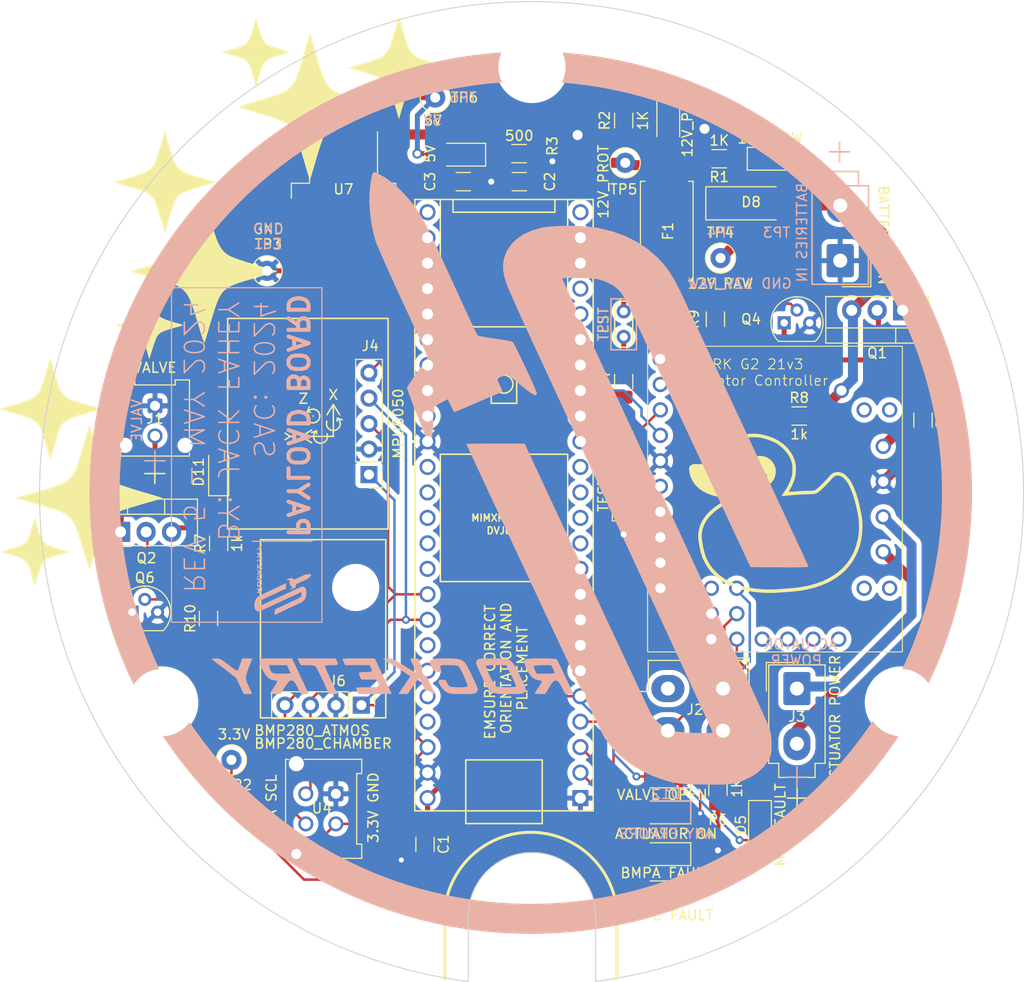
<source format=kicad_pcb>
(kicad_pcb (version 20221018) (generator pcbnew)
  (layers (0 "F.Cu" signal) (31 "B.Cu" signal) (34 "B.Paste" user) (35 "F.Paste" user) (36 "B.SilkS" user "B.Silkscreen") (37 "F.SilkS" user "F.Silkscreen") (38 "B.Mask" user) (39 "F.Mask" user) (44 "Edge.Cuts" user))
  (net 0 "")
  (net 1 "/3.3V")
  (net 2 "GND")
  (net 3 "5V")
  (net 4 "12V_PROT")
  (net 5 "12V_RAW")
  (net 6 "Net-(D1-K)")
  (net 7 "/0")
  (net 8 "/1")
  (net 9 "/2")
  (net 10 "/3")
  (net 11 "Net-(D6-A)")
  (net 12 "Net-(D7-K)")
  (net 13 "Net-(D8-K)")
  (net 14 "Net-(D9-K)")
  (net 15 "Net-(D10-K)")
  (net 16 "/SCK{slash}SCL")
  (net 17 "/SDI{slash}SDA")
  (net 18 "Net-(U5-FBA)")
  (net 19 "Net-(U5-AUX)")
  (net 20 "Net-(J3-Pin_1)")
  (net 21 "Net-(J3-Pin_2)")
  (net 22 "Net-(R4-Pad1)")
  (net 23 "/4")
  (net 24 "/5")
  (net 48 "/INT")
  (net 66 "/SCL2")
  (net 67 "/SDA2")
  (net 68 "/Test_Pin")
  (net 70 "Valve")
  (net 71 "Net-(Q1-G)")
  (net 72 "Motor")
  (net 73 "Net-(Q2-G)")
  (net 75 "Net-(J2-Pad1)")
  (net 77 "Net-(Q4-B)")
  (net 78 "Net-(Q6-B)")
  (footprint "Diode_SMD:D_1206_3216Metric_Pad1.42x1.75mm_HandSolder" (layer "F.Cu") (at 161.7075 132.842 180)
    (fp_text reference "D1")
    (fp_text value "BMPC FAULT")
  )
  (footprint "TestPoint:TestPoint_Loop_D1.80mm_Drill1.0mm_Beaded" (layer "F.Cu") (at 167.132 69.596)
    (fp_text reference "TP4")
    (fp_text value "12V_RAW")
  )
  (footprint "TestPoint:TestPoint_Loop_D1.80mm_Drill1.0mm_Beaded" (layer "F.Cu") (at 121.92 70.866 -90)
    (fp_text reference "TP3")
    (fp_text value "GND")
  )
  (footprint "TestPoint:TestPoint_Loop_D1.80mm_Drill1.0mm_Beaded" (layer "F.Cu") (at 118.364 119.634)
    (fp_text reference "TP2")
    (fp_text value "3V")
  )
  (footprint "MountingHole:MountingHole_6.4mm_M6" (layer "F.Cu") (at 111.461 113.916)
    (fp_text reference "REF**" hide)
    (fp_text value "MountingHole_6.4mm_M6")
  )
  (footprint "Capacitor_SMD:C_1206_3216Metric_Pad1.33x1.80mm_HandSolder" (layer "F.Cu") (at 141.478 61.976)
    (fp_text reference "C3")
    (fp_text value "0.1uF")
  )
  (footprint "Connector_Molex:Molex_Mini-Fit_Jr_5566-04A_2x02_P4.20mm_Vertical" (layer "F.Cu") (at 167.386 112.522 -90)
    (fp_text reference "J2")
    (fp_text value "FEEDBACK")
  )
  (footprint "TestPoint:TestPoint_Loop_D1.80mm_Drill1.0mm_Beaded" (layer "F.Cu") (at 138.684 53.594)
    (fp_text reference "TP6")
    (fp_text value "5V")
  )
  (footprint "Connector_Molex:Molex_Micro-Fit_3.0_43045-0212_2x01_P3.00mm_Vertical" (layer "F.Cu") (at 110.744 84.328)
    (fp_text reference "J1")
    (fp_text value "VALVE")
  )
  (footprint "LOGO" (layer "F.Cu") (at 103.378 90.932 180)
    (fp_text reference "G***" hide)
    (fp_text value "LOGO" hide)
  )
  (footprint "Resistor_SMD:R_1206_3216Metric_Pad1.30x1.75mm_HandSolder" (layer "F.Cu") (at 167.005 59.69 180)
    (fp_text reference "R1")
    (fp_text value "1K")
  )
  (footprint "Diode_SMD:D_1206_3216Metric_Pad1.42x1.75mm_HandSolder" (layer "F.Cu") (at 161.7075 129.032 180)
    (fp_text reference "D2")
    (fp_text value "BMPA FAULT")
  )
  (footprint "TestPoint:TestPoint_2Pads_Pitch2.54mm_Drill0.8mm" (layer "F.Cu") (at 157.48 77.45 90)
    (fp_text reference "SJ2" hide)
    (fp_text value "TEST")
  )
  (footprint "Package_TO_SOT_SMD:TO-263-3_TabPin2" (layer "F.Cu") (at 129.54 66.959 -90)
    (fp_text reference "U7")
    (fp_text value "LM7805_TO220")
  )
  (footprint "Resistor_SMD:R_1206_3216Metric_Pad1.30x1.75mm_HandSolder" (layer "F.Cu") (at 147.0406 59.182)
    (fp_text reference "R3")
    (fp_text value "500")
  )
  (footprint "Resistor_SMD:R_1206_3216Metric_Pad1.30x1.75mm_HandSolder" (layer "F.Cu") (at 174.98 85.344)
    (fp_text reference "R8")
    (fp_text value "1k")
  )
  (footprint "Resistor_SMD:R_1206_3216Metric_Pad1.30x1.75mm_HandSolder" (layer "F.Cu") (at 117.094 98.044 90)
    (fp_text reference "R7")
    (fp_text value "1k")
  )
  (footprint "NU Teams Footprints:microfit-2x02" (layer "F.Cu") (at 128.778 123.015 -90)
    (fp_text reference "U4")
    (fp_text value "BMP280_CHAMBER")
  )
  (footprint "Resistor_SMD:R_1206_3216Metric_Pad1.30x1.75mm_HandSolder" (layer "F.Cu") (at 157.48 87.63 -90)
    (fp_text reference "R5")
    (fp_text value "1.5k" hide)
  )
  (footprint "LED_SMD:LED_1206_3216Metric" (layer "F.Cu") (at 141.4272 59.2836 180)
    (fp_text reference "D10")
    (fp_text value "5V")
  )
  (footprint "Resistor_SMD:R_1206_3216Metric" (layer "F.Cu") (at 157.48 55.88 -90)
    (fp_text reference "R2")
    (fp_text value "1K")
  )
  (footprint "Resistor_SMD:R_1206_3216Metric_Pad1.30x1.75mm_HandSolder" (layer "F.Cu") (at 166.624 75.692 -90)
    (fp_text reference "R9")
    (fp_text value "R")
  )
  (footprint "LOGO" (layer "F.Cu") (at 128.778 53.6956 90)
    (fp_text reference "G***" hide)
    (fp_text value "LOGO" hide)
  )
  (footprint "Capacitor_SMD:C_1206_3216Metric_Pad1.33x1.80mm_HandSolder" (layer "F.Cu") (at 137.668 128.0545 -90)
    (fp_text reference "C1")
    (fp_text value "C")
  )
  (footprint "Package_TO_SOT_THT:TO-92" (layer "F.Cu") (at 173.482 76.052)
    (fp_text reference "Q4")
    (fp_text value "NPN")
  )
  (footprint "Connector_PinHeader_2.54mm:PinHeader_1x05_P2.54mm_Vertical" (layer "F.Cu") (at 132.08 91.186 180)
    (fp_text reference "J4")
    (fp_text value "MPU6050")
  )
  (footprint "teensy:Teensy41" (layer "F.Cu") (at 145.542 94.234 90)
    (fp_text reference "U2" hide)
    (fp_text value "Teensy4.1")
  )
  (footprint "MountingHole:MountingHole_6.4mm_M6" (layer "F.Cu") (at 148.336 50.536497)
    (fp_text reference "REF**" hide)
    (fp_text value "MountingHole_6.4mm_M6")
  )
  (footprint "Resistor_SMD:R_1206_3216Metric_Pad1.30x1.75mm_HandSolder" (layer "F.Cu") (at 157.48 81.915 -90)
    (fp_text reference "R4")
    (fp_text value "1k" hide)
  )
  (footprint "Connector_Molex:Molex_Mini-Fit_Jr_5566-02A_2x01_P4.20mm_Vertical" (layer "F.Cu") (at 179.07 69.85 180)
    (fp_text reference "COMMISIONING_PWR1")
    (fp_text value "BATTERIES IN" hide)
  )
  (footprint "Diode_SMD:D_1206_3216Metric_Pad1.42x1.75mm_HandSolder" (layer "F.Cu") (at 157.48 93.345 90)
    (fp_text reference "D6" hide)
    (fp_text value "TEST")
  )
  (footprint "Capacitor_SMD:C_1206_3216Metric" (layer "F.Cu") (at 147.066 61.976 180)
    (fp_text reference "C2")
    (fp_text value "0.1uF" hide)
  )
  (footprint "Diode_SMD:D_1206_3216Metric_Pad1.42x1.75mm_HandSolder" (layer "F.Cu") (at 161.7075 124.88 180)
    (fp_text reference "D3")
    (fp_text value "ACTUATOR ON")
  )
  (footprint "Connector_Molex:Molex_Mini-Fit_Jr_5566-02A_2x01_P4.20mm_Vertical" (layer "F.Cu") (at 174.752 112.522)
    (fp_text reference "J3")
    (fp_text value "ACTUATOR POWER")
  )
  (footprint "Diode_SMD:D_SMA_Handsoldering" (layer "F.Cu") (at 170.18 64.135)
    (fp_text reference "D8")
    (fp_text value "TWGMC-SS34")
  )
  (footprint "Resistor_SMD:R_1206_3216Metric_Pad1.30x1.75mm_HandSolder" (layer "F.Cu") (at 166.878 122.454 -90)
    (fp_text reference "R6")
    (fp_text value "1K")
  )
  (footprint "TestPoint:TestPoint_Loop_D1.80mm_Drill1.0mm_Beaded" (layer "F.Cu") (at 157.6324 60.0964)
    (fp_text reference "TP5")
    (fp_text value "12V_PROT")
  )
  (footprint "Diode_SMD:D_1206_3216Metric_Pad1.42x1.75mm_HandSolder" (layer "F.Cu") (at 161.7075 121.285 180)
    (fp_text reference "D4")
    (fp_text value "VALVE OPEN")
  )
  (footprint "Capacitor_SMD:C_1206_3216Metric" (layer "F.Cu") (at 187.325 85.7504 -90)
    (fp_text reference "C4")
    (fp_text value "C")
  )
  (footprint "Package_TO_SOT_THT:TO-220-3_Vertical" (layer "F.Cu") (at 185.293 74.803 180)
    (fp_text reference "Q1")
    (fp_text value "PMOS")
  )
  (footprint "Diode_SMD:D_SOD-123" (layer "F.Cu") (at 117.094 90.932 90)
    (fp_text reference locked "D11")
    (fp_text value "D")
  )
  (footprint "Resistor_SMD:R_1206_3216Metric_Pad1.30x1.75mm_HandSolder" (layer "F.Cu") (at 116.078 105.537 90)
    (fp_text reference "R10")
    (fp_text value "R")
  )
  (footprint "Connector_PinHeader_2.54mm:PinHeader_1x04_P2.54mm_Vertical" (layer "F.Cu") (at 131.318 114.173 -90)
    (fp_text reference "U6")
    (fp_text value "BMP280_ATMOS")
  )
  (footprint "MountingHole:MountingHole_6.4mm_M6" (layer "F.Cu") (at 185.121 113.916)
    (fp_text reference "REF**" hide)
    (fp_text value "MountingHole_6.4mm_M6")
  )
  (footprint "LOGO" (layer "F.Cu") (at 172.466 95.631)
    (fp_text reference "G***" hide)
    (fp_text value "LOGO" hide)
  )
  (footprint "Package_TO_SOT_THT:TO-92" (layer "F.Cu") (at 108.458 104.902)
    (fp_text reference "Q6")
    (fp_text value "NPN")
  )
  (footprint "LED_SMD:LED_1206_3216Metric" (layer "F.Cu") (at 161.925 55.88 -90)
    (fp_text reference "D9")
    (fp_text value "12V_PROT")
  )
  (footprint "LOGO" (layer "F.Cu") (at 114.808 68.326 180)
    (fp_text reference "G***" hide)
    (fp_text value "LOGO" hide)
  )
  (footprint "SPAC:JRK21V3" (layer "F.Cu") (at 159.866 108.866)
    (fp_text reference "U5" hide)
    (fp_text value "Motor_Controller")
  )
  (footprint "LED_SMD:LED_1206_3216Metric" (layer "F.Cu") (at 172.085 59.69)
    (fp_text reference "D7")
    (fp_text value "12V_RAW")
  )
  (footprint "Diode_SMD:D_1206_3216Metric_Pad1.42x1.75mm_HandSolder" (layer "F.Cu") (at 171.069 126.1475 -90)
    (fp_text reference "D5")
    (fp_text value "MPU FAULT")
  )
  (footprint "NU Teams Footprints:Fuseholder_Littelfuse_Nano2_154x" (layer "F.Cu") (at 161.7726 66.9136 90)
    (fp_text reference "F1")
    (fp_text value "SMDFuse")
  )
  (footprint "Package_TO_SOT_THT:TO-220-3_Vertical" (layer "F.Cu") (at 107.315 96.901)
    (fp_text reference "Q2")
    (fp_text value "PMOS")
  )
  (footprint "Diode_SMD:D_1206_3216Metric_Pad1.42x1.75mm_HandSolder" (layer "B.Cu") (at 161.7075 124.841 180)
    (fp_text reference "D12")
    (fp_text value "ANY ERRORS")
  )
  (footprint "LOGO" (layer "B.Cu") (at 146.9517 91.563039 180)
    (fp_text reference "G***" hide)
    (fp_text value "LOGO" hide)
  )
  (footprint "NU Teams Footprints:BRANDING_ROCKETRY" (layer "B.Cu") (at 119.888 92.202 90)
    (fp_text reference "U3" hide)
    (fp_text value "Branding_Block_Rocketry" hide)
  )
  (gr_line (start 174.752 122.3612) (end 174.752 120.3612) (stroke (width 0.15)) (layer "B.SilkS"))
  (gr_rect (start 176.2506 62.3824) (end 181.8894 72.2122) (stroke (width 0.15)) (fill none) (layer "B.SilkS"))
  (gr_line (start 109.73925 89.8144) (end 111.73925 89.8144) (stroke (width 0.15)) (layer "B.SilkS"))
  (gr_circle (center 148.214409 92.986897) (end 190.714409 92.986897) (stroke (width 3)) (fill none) (layer "B.SilkS"))
  (gr_rect (start 177.2412 60.96) (end 180.8988 62.3824) (stroke (width 0.15)) (fill none) (layer "B.SilkS"))
  (gr_line (start 173.752 121.3612) (end 175.752 121.3612) (stroke (width 0.15)) (layer "B.SilkS"))
  (gr_line (start 179 60) (end 179 58) (stroke (width 0.15)) (layer "B.SilkS"))
  (gr_rect (start 156.21 73.66) (end 158.75 78.74) (stroke (width 0.15)) (fill none) (layer "B.SilkS"))
  (gr_line (start 110.73925 90.8144) (end 110.73925 88.8144) (stroke (width 0.15)) (layer "B.SilkS"))
  (gr_line (start 178 59) (end 180 59) (stroke (width 0.15)) (layer "B.SilkS"))
  (gr_line (start 125.944868 84.933651) (end 126.111 84.455) (stroke (width 0.15)) (layer "F.SilkS"))
  (gr_arc (start 128.934349 85.558868) (mid 128.708658 86.764514) (end 127.889001 85.852) (stroke (width 0.15)) (layer "F.SilkS"))
  (gr_line (start 125.349 87.376) (end 126.365 88.011) (stroke (width 0.15)) (layer "F.SilkS"))
  (gr_line (start 128.524 84.201) (end 127.889 85.217) (stroke (width 0.15)) (layer "F.SilkS"))
  (gr_line (start 110.728 90.0844) (end 110.728 92.0844) (stroke (width 0.15)) (layer "F.SilkS"))
  (gr_line (start 179 58) (end 179 60) (stroke (width 0.15)) (layer "F.SilkS"))
  (gr_rect (start 121.258 97.673) (end 133.758 115.443) (stroke (width 0.15)) (fill none) (layer "F.SilkS"))
  (gr_arc (start 125.944868 84.933651) (mid 127.150514 85.159342) (end 126.238 85.978999) (stroke (width 0.15)) (layer "F.SilkS"))
  (gr_line (start 128.934349 85.558868) (end 129.413 85.725) (stroke (width 0.15)) (layer "F.SilkS"))
  (gr_line (start 128.934349 85.558868) (end 128.905 85.852) (stroke (width 0.15)) (layer "F.SilkS"))
  (gr_arc (start 139.63 134.57) (mid 148.205614 126.853665) (end 156.795881 134.552626) (stroke (width 0.3)) (layer "F.SilkS"))
  (gr_line (start 109.728 91.0844) (end 111.728 91.0844) (stroke (width 0.15)) (layer "F.SilkS"))
  (gr_circle (center 148.214409 92.986897) (end 190.714409 92.986897) (stroke (width 0.2)) (fill none) (layer "F.SilkS"))
  (gr_line (start 126.843651 86.828868) (end 126.873 87.122) (stroke (width 0.15)) (layer "F.SilkS"))
  (gr_line (start 174.768 122.444) (end 174.768 124.444) (stroke (width 0.15)) (layer "F.SilkS"))
  (gr_rect (start 117.985 75.611) (end 133.985 96.611) (stroke (width 0.15)) (fill none) (layer "F.SilkS"))
  (gr_line (start 126.843651 86.828868) (end 126.365 86.995) (stroke (width 0.15)) (layer "F.SilkS"))
  (gr_line (start 129.159 85.217) (end 128.524 84.201) (stroke (width 0.15)) (layer "F.SilkS"))
  (gr_line (start 173.768 123.444) (end 175.768 123.444) (stroke (width 0.15)) (layer "F.SilkS"))
  (gr_line (start 139.63 134.57) (end 139.63 141.5) (stroke (width 0.3)) (layer "F.SilkS"))
  (gr_line (start 178 59) (end 180 59) (stroke (width 0.15)) (layer "F.SilkS"))
  (gr_arc (start 127.888999 87.122) (mid 127.069342 88.034514) (end 126.843651 86.828868) (stroke (width 0.15)) (layer "F.SilkS"))
  (gr_line (start 125.944868 84.933651) (end 126.238 84.963) (stroke (width 0.15)) (layer "F.SilkS"))
  (gr_line (start 128.524 87.376) (end 128.524 84.201) (stroke (width 0.15)) (layer "F.SilkS"))
  (gr_line (start 126.365 86.741) (end 125.349 87.376) (stroke (width 0.15)) (layer "F.SilkS"))
  (gr_line (start 128.524 87.376) (end 125.349 87.376) (stroke (width 0.15)) (layer "F.SilkS"))
  (gr_line (start 156.795881 134.552626) (end 156.796 141.5) (stroke (width 0.3)) (layer "F.SilkS"))
  (gr_line (start 126.492 85.344) (end 126.492 85.344) (stroke (width 0.15)) (layer "F.SilkS"))
  (gr_line (start 154.684469 141.72035) (end 154.684235 135.220175) (stroke (width 0.1)) (layer "Edge.Cuts"))
  (gr_line (start 141.986 141.731999) (end 141.986001 135.232) (stroke (width 0.1)) (layer "Edge.Cuts"))
  (gr_arc (start 141.986001 135.232) (mid 148.329206 128.876971) (end 154.684235 135.220175) (stroke (width 0.1)) (layer "Edge.Cuts"))
  (gr_arc (start 141.986 141.731999) (mid 148.245605 44.02421) (end 154.684469 141.72035) (stroke (width 0.1)) (layer "Edge.Cuts"))
  (gr_text "12V_RAW" (at 167.132 72.136) (layer "B.SilkS") (effects (font (size 1 1)) (justify mirror)))
  (gr_text "ACTUATOR \nPOWER" (at 174.7012 108.9152) (layer "B.SilkS") (effects (font (size 1 1)) (justify mirror)))
  (gr_text "BATTERIES IN" (at 175.26 67.056 90) (layer "B.SilkS") (effects (font (size 1 1)) (justify mirror)))
  (gr_text "VALVE" (at 108.9152 85.8012 90) (layer "B.SilkS") (effects (font (size 1 1)) (justify mirror)))
  (gr_text "GND" (at 122.047 66.5734 180) (layer "B.SilkS") (effects (font (size 1 1)) (justify mirror)))
  (gr_text "TEST" (at 155.448 76.2 90) (layer "B.SilkS") (effects (font (size 1 1)) (justify mirror)))
  (gr_text "5V" (at 138.43 55.88) (layer "B.SilkS") (effects (font (size 1 1)) (justify mirror)))
  (gr_text "GND" (at 172.72 72.136) (layer "B.SilkS") (effects (font (size 1 1)) (justify mirror)))
  (gr_text "TP6" (at 141.478 53.594) (layer "B.SilkS") (effects (font (size 1 1)) (justify mirror)))
  (gr_text "TP3" (at 172.72 67.056) (layer "B.SilkS") (effects (font (size 1 1)) (justify mirror)))
  (gr_text "TP3" (at 122.047 68.072 180) (layer "B.SilkS") (effects (font (size 1 1)) (justify mirror)))
  (gr_text "TP4" (at 167.132 67.056) (layer "B.SilkS") (effects (font (size 1 1)) (justify mirror)))
  (gr_text "Z" (at 124.968 84.201) (layer "F.SilkS") (effects (font (size 1 1)) (justify left bottom)))
  (gr_text "BATTERIES IN" (at 183.388 67.31 -90) (layer "F.SilkS") (effects (font (size 1 1))))
  (gr_text "X" (at 128.524 83.82) (layer "F.SilkS") (effects (font (size 1 1)) (justify bottom)))
  (gr_text "3.3V" (at 118.618 117.094) (layer "F.SilkS") (effects (font (size 1 1))))
  (gr_text "SDA SCL" (at 122.936 127.508 90) (layer "F.SilkS") (effects (font (size 1 1)) (justify left bottom)))
  (gr_text "EMSURE CORRECT \nORIENTATION AND\nPLACEMENT" (at 147.955 110.49 90) (layer "F.SilkS") (effects (font (size 1 1)) (justify bottom)))
  (gr_text "Y" (at 124.841 87.376 90) (layer "F.SilkS") (effects (font (size 1 1)) (justify bottom)))
  (gr_text "3.3V GND" (at 133.096 128.016 90) (layer "F.SilkS") (effects (font (size 1 1)) (justify left bottom)))
  (segment (start 119.38 122.428) (end 118.364 121.412) (width 0.25) (layer "F.Cu") (net 1))
  (segment (start 118.364 121.412) (end 118.364 119.634) (width 0.25) (layer "F.Cu") (net 1))
  (segment (start 120.7135 123.7615) (end 119.38 122.428) (width 0.25) (layer "F.Cu") (net 1))
  (segment (start 126.746 128.016) (end 124.968 128.016) (width 0.25) (layer "F.Cu") (net 1))
  (segment (start 133.731 114.173) (end 131.318 114.173) (width 0.25) (layer "F.Cu") (net 1))
  (segment (start 130.271 126.015) (end 137.922 118.364) (width 0.25) (layer "F.Cu") (net 1))
  (segment (start 124.968 128.016) (end 120.7135 123.7615) (width 0.25) (layer "F.Cu") (net 1))
  (segment (start 118.11 119.634) (end 118.872 120.396) (width 0.25) (layer "F.Cu") (net 1))
  (segment (start 137.922 118.364) (end 133.731 114.173) (width 0.25) (layer "F.Cu") (net 1))
  (segment (start 118.872 120.396) (end 118.618 120.142) (width 0.25) (layer "F.Cu") (net 1))
  (segment (start 120.7135 123.7615) (end 120.65 123.698) (width 0.25) (layer "F.Cu") (net 1))
  (segment (start 128.778 126.015) (end 130.271 126.015) (width 0.25) (layer "F.Cu") (net 1))
  (segment (start 126.746 128.016) (end 126.777 128.016) (width 0.25) (layer "F.Cu") (net 1))
  (segment (start 126.777 128.016) (end 128.778 126.015) (width 0.25) (layer "F.Cu") (net 1))
  (segment (start 131.318 114.173) (end 134.62 110.871) (width 0.25) (layer "B.Cu") (net 1))
  (segment (start 134.62 110.871) (end 134.62 93.726) (width 0.25) (layer "B.Cu") (net 1))
  (segment (start 134.62 93.726) (end 132.08 91.186) (width 0.25) (layer "B.Cu") (net 1))
  (segment (start 149.606 59.182) (end 150.368 59.944) (width 0.5) (layer "F.Cu") (net 2))
  (segment (start 121.92 70.866) (end 126.747 70.866) (width 0.5) (layer "F.Cu") (net 2))
  (segment (start 165.5425 56.7075) (end 165.5425 59.69) (width 1) (layer "F.Cu") (net 2))
  (segment (start 187.325 87.9094) (end 183.361 91.8734) (width 1) (layer "F.Cu") (net 2))
  (segment (start 137.668 129.617) (end 135.305 129.617) (width 0.5) (layer "F.Cu") (net 2))
  (segment (start 142.953 61.976) (end 144.272 61.976) (width 0.5) (layer "F.Cu") (net 2))
  (segment (start 152.8973 57.3425) (end 152.8826 57.3278) (width 1) (layer "F.Cu") (net 2))
  (segment (start 166.878 128.651) (end 166.878 124.004) (width 0.5) (layer "F.Cu") (net 2))
  (segment (start 157.48 94.8325) (end 157.48 97.155) (width 0.5) (layer "F.Cu") (net 2))
  (segment (start 117.094 89.282) (end 117.094 89.154) (width 0.1) (layer "F.Cu") (net 2))
  (segment (start 157.48 57.3425) (end 152.8973 57.3425) (width 1) (layer "F.Cu") (net 2))
  (segment (start 129.54 59.309) (end 129.54 68.459) (width 0.5) (layer "F.Cu") (net 2))
  (segment (start 112.268 84.328) (end 117.094 89.154) (width 0.5) (layer "F.Cu") (net 2))
  (segment (start 126.747 70.866) (end 126.765 70.884) (width 0.5) (layer "F.Cu") (net 2))
  (segment (start 187.325 87.3129) (end 187.325 87.9094) (width 1) (layer "F.Cu") (net 2))
  (segment (start 148.5031 59.182) (end 149.606 59.182) (width 0.5) (layer "F.Cu") (net 2))
  (segment (start 110.744 84.328) (end 112.268 84.328) (width 0.5) (layer "F.Cu") (net 2))
  (segment (start 144.272 61.976) (end 145.591 61.976) (width 0.5) (layer "F.Cu") (net 2))
  (via (at 157.48 97.155) (size 1) (drill 0.6) (layers "F.Cu" "B.Cu") (net 2))
  (via (at 150.368 59.944) (size 1) (drill 0.6) (layers "F.Cu" "B.Cu") (net 2))
  (via (at 144.272 61.976) (size 1) (drill 0.6) (layers "F.Cu" "B.Cu") (net 2))
  (via (at 166.878 128.651) (size 1) (drill 0.6) (layers "F.Cu" "B.Cu") (net 2))
  (via (at 135.305 129.617) (size 0.8) (drill 0.5) (layers "F.Cu" "B.Cu") (net 2))
  (via (at 165.5425 56.7075) (size 1.5) (drill 1) (layers "F.Cu" "B.Cu") (net 2))
  (via (at 152.8826 57.3278) (size 1.5) (drill 1) (layers "F.Cu" "B.Cu") (net 2))
  (segment (start 119.507 66.802) (end 127 59.309) (width 0.5) (layer "F.Cu") (net 3))
  (segment (start 155.956 63.246) (end 157.48 64.77) (width 0.5) (layer "F.Cu") (net 3))
  (segment (start 142.035 64.008) (end 149.352 64.008) (width 0.5) (layer "F.Cu") (net 3))
  (segment (start 141.732 119.634) (end 137.922 123.444) (width 0.5) (layer "F.Cu") (net 3))
  (segment (start 137.922 123.444) (end 137.922 126.238) (width 0.5) (layer "F.Cu") (net 3))
  (segment (start 129.54 53.594) (end 127 56.134) (width 0.5) (layer "F.Cu") (net 3))
  (segment (start 157.48 64.77) (end 157.48 74.91) (width 0.5) (layer "F.Cu") (net 3))
  (segment (start 117.094 96.494) (end 112.802 96.494) (width 0.5) (layer "F.Cu") (net 3))
  (segment (start 141.732 63.754) (end 141.732 119.634) (width 0.5) (layer "F.Cu") (net 3))
  (segment (start 127 56.134) (end 127 59.309) (width 0.5) (layer "F.Cu") (net 3))
  (segment (start 141.7565 63.7295) (end 141.732 63.754) (width 0.5) (layer "F.Cu") (net 3))
  (segment (start 117.094 96.494) (end 117.12 96.494) (width 0.5) (layer "F.Cu") (net 3))
  (segment (start 119.507 94.107) (end 119.507 66.802) (width 0.5) (layer "F.Cu") (net 3))
  (segment (start 138.684 53.594) (end 129.54 53.594) (width 0.5) (layer "F.Cu") (net 3))
  (segment (start 150.114 63.246) (end 155.956 63.246) (width 0.5) (layer "F.Cu") (net 3))
  (segment (start 112.802 96.494) (end 112.395 96.901) (width 0.5) (layer "F.Cu") (net 3))
  (segment (start 141.7565 63.7295) (end 140.003 61.976) (width 0.5) (layer "F.Cu") (net 3))
  (segment (start 149.352 64.008) (end 150.114 63.246) (width 0.5) (layer "F.Cu") (net 3))
  (segment (start 136.906 59.182) (end 139.9256 59.182) (width 0.5) (layer "F.Cu") (net 3))
  (segment (start 141.7565 63.7295) (end 142.035 64.008) (width 0.5) (layer "F.Cu") (net 3))
  (segment (start 140.0272 59.2836) (end 140.0272 61.9518) (width 0.5) (layer "F.Cu") (net 3))
  (segment (start 117.12 96.494) (end 119.507 94.107) (width 0.5) (layer "F.Cu") (net 3))
  (via (at 136.906 59.182) (size 1) (drill 0.6) (layers "F.Cu" "B.Cu") (net 3))
  (segment (start 136.906 55.372) (end 138.684 53.594) (width 0.5) (layer "B.Cu") (net 3))
  (segment (start 136.906 59.182) (end 136.906 55.372) (width 0.5) (layer "B.Cu") (net 3))
  (segment (start 150.622 61.976) (end 148.541 61.976) (width 1) (layer "F.Cu") (net 4))
  (segment (start 152.583 60.0964) (end 152.5016 60.0964) (width 1) (layer "F.Cu") (net 4))
  (segment (start 157.6324 60.0964) (end 152.583 60.0964) (width 1) (layer "F.Cu") (net 4))
  (segment (start 161.925 60.325) (end 161.925 57.28) (width 1) (layer "F.Cu") (net 4))
  (segment (start 161.925 60.325) (end 157.861 60.325) (width 1) (layer "F.Cu") (net 4))
  (segment (start 135.0062 57.2718) (end 132.969 59.309) (width 1) (layer "F.Cu") (net 4))
  (segment (start 152.5016 60.0964) (end 150.622 61.976) (width 1) (layer "F.Cu") (net 4))
  (segment (start 161.925 64.76) (end 161.925 60.325) (width 1) (layer "F.Cu") (net 4))
  (segment (start 152.583 60.0964) (end 149.7584 57.2718) (width 1) (layer "F.Cu") (net 4))
  (segment (start 135.0062 57.2718) (end 149.7584 57.2718) (width 1) (layer "F.Cu") (net 4))
  (segment (start 132.969 59.309) (end 132.08 59.309) (width 1) (layer "F.Cu") (net 4))
  (segment (start 180.213 74.803) (end 183.3245 71.6915) (width 1) (layer "F.Cu") (net 5))
  (segment (start 173.485 63.33) (end 172.68 64.135) (width 0.25) (layer "F.Cu") (net 5))
  (segment (start 173.485 59.69) (end 173.485 63.33) (width 1) (layer "F.Cu") (net 5))
  (segment (start 179.197 82.804) (end 176.657 85.344) (width 1) (layer "F.Cu") (net 5))
  (segment (start 183.3245 67.1195) (end 180.555 64.35) (width 1) (layer "F.Cu") (net 5))
  (segment (start 180.555 64.35) (end 179.07 64.35) (width 1) (layer "F.Cu") (net 5))
  (segment (start 179.07 64.35) (end 172.895 64.35) (width 1) (layer "F.Cu") (net 5))
  (segment (start 176.657 85.344) (end 176.53 85.344) (width 1) (layer "F.Cu") (net 5))
  (segment (start 167.219 69.596) (end 167.132 69.596) (width 0.25) (layer "F.Cu") (net 5))
  (segment (start 183.3245 71.6915) (end 183.3245 67.1195) (width 1) (layer "F.Cu") (net 5))
  (segment (start 172.68 64.135) (end 172.974 64.429) (width 0.25) (layer "F.Cu") (net 5))
  (segment (start 172.68 64.135) (end 167.219 69.596) (width 1) (layer "F.Cu") (net 5))
  (via (at 179.197 82.804) (size 1.5) (drill 1) (layers "F.Cu" "B.Cu") (net 5))
  (segment (start 179.197 82.804) (end 180.34 81.661) (width 1) (layer "B.Cu") (net 5))
  (segment (start 180.34 81.661) (end 180.34 74.93) (width 1) (layer "B.Cu") (net 5))
  (segment (start 180.34 74.93) (end 180.213 74.803) (width 1) (layer "B.Cu") (net 5))
  (segment (start 163.195 121.285) (end 164.973 121.285) (width 0.5) (layer "F.Cu") (net 6))
  (segment (start 165.1 124.968) (end 165.1 121.412) (width 0.25) (layer "F.Cu") (net 6))
  (segment (start 163.195 129.452) (end 163.195 132.842) (width 0.5) (layer "F.Cu") (net 6))
  (segment (start 163.195 124.88) (end 163.195 129.452) (width 0.5) (layer "F.Cu") (net 6))
  (segment (start 171.069 124.66) (end 167.313 120.904) (width 0.5) (layer "F.Cu") (net 6))
  (segment (start 163.195 124.88) (end 163.195 121.49) (width 0.5) (layer "F.Cu") (net 6))
  (segment (start 165.1 121.412) (end 164.973 121.285) (width 0.25) (layer "F.Cu") (net 6))
  (segment (start 167.313 120.904) (end 166.878 120.904) (width 0.5) (layer "F.Cu") (net 6))
  (segment (start 164.973 121.285) (end 166.497 121.285) (width 0.5) (layer "F.Cu") (net 6))
  (via (at 165.1 124.968) (size 0.8) (drill 0.4) (layers "F.Cu" "B.Cu") (net 6))
  (segment (start 163.195 124.841) (end 164.973 124.841) (width 0.25) (layer "B.Cu") (net 6))
  (segment (start 164.973 124.841) (end 165.1 124.968) (width 0.25) (layer "B.Cu") (net 6))
  (segment (start 155.194 122.936) (end 155.194 128.016) (width 0.25) (layer "F.Cu") (net 7))
  (segment (start 155.194 128.016) (end 160.02 132.842) (width 0.25) (layer "F.Cu") (net 7))
  (segment (start 153.162 120.904) (end 155.194 122.936) (width 0.25) (layer "F.Cu") (net 7))
  (segment (start 155.956 121.158) (end 155.956 124.768) (width 0.25) (layer "F.Cu") (net 8))
  (segment (start 153.162 118.364) (end 155.956 121.158) (width 0.25) (layer "F.Cu") (net 8))
  (segment (start 155.956 124.768) (end 160.22 129.032) (width 0.25) (layer "F.Cu") (net 8))
  (segment (start 156.464 117.094) (end 155.194 115.824) (width 0.25) (layer "F.Cu") (net 9))
  (segment (start 163.83 80.036) (end 166.624 77.242) (width 0.25) (layer "F.Cu") (net 9))
  (segment (start 156.464 121.124) (end 156.464 117.094) (width 0.25) (layer "F.Cu") (net 9))
  (segment (start 156.591 110.109) (end 163.83 102.87) (width 0.25) (layer "F.Cu") (net 9))
  (segment (start 160.22 124.88) (end 156.464 121.124) (width 0.25) (layer "F.Cu") (net 9))
  (segment (start 155.194 115.824) (end 153.162 115.824) (width 0.25) (layer "F.Cu") (net 9))
  (segment (start 156.591 114.427) (end 156.591 110.109) (width 0.25) (layer "F.Cu") (net 9))
  (segment (start 155.194 115.824) (end 156.591 114.427) (width 0.25) (layer "F.Cu") (net 9))
  (segment (start 163.83 102.87) (end 163.83 80.036) (width 0.25) (layer "F.Cu") (net 9))
  (segment (start 139.192 131.572) (end 125.603 131.572) (width 0.25) (layer "F.Cu") (net 10))
  (segment (start 116.078 122.047) (end 116.078 107.087) (width 0.25) (layer "F.Cu") (net 10))
  (segment (start 125.603 131.572) (end 116.078 122.047) (width 0.25) (layer "F.Cu") (net 10))
  (segment (start 141.732 122.682) (end 141.732 129.032) (width 0.25) (layer "F.Cu") (net 10))
  (segment (start 153.162 113.284) (end 151.13 113.284) (width 0.25) (layer "F.Cu") (net 10))
  (segment (start 141.732 129.032) (end 139.192 131.572) (width 0.25) (layer "F.Cu") (net 10))
  (segment (start 151.13 113.284) (end 141.732 122.682) (width 0.25) (layer "F.Cu") (net 10))
  (segment (start 158.75 121.285) (end 160.015 121.285) (width 0.25) (layer "F.Cu") (net 10))
  (via (at 158.75 121.285) (size 0.8) (drill 0.4) (layers "F.Cu" "B.Cu") (net 10))
  (segment (start 156.464 117.094) (end 156.464 118.999) (width 0.25) (layer "B.Cu") (net 10))
  (segment (start 153.162 113.792) (end 156.464 117.094) (width 0.25) (layer "B.Cu") (net 10))
  (segment (start 156.464 118.999) (end 158.75 121.285) (width 0.25) (layer "B.Cu") (net 10))
  (segment (start 157.48 89.18) (end 157.48 91.8575) (width 0.5) (layer "F.Cu") (net 11))
  (segment (start 170.685 59.69) (end 168.4675 59.69) (width 1) (layer "F.Cu") (net 12))
  (segment (start 167.68 65.375) (end 161.925 71.13) (width 1) (layer "F.Cu") (net 13))
  (segment (start 167.68 64.135) (end 167.68 65.375) (width 1) (layer "F.Cu") (net 13))
  (segment (start 161.925 54.48) (end 157.5425 54.48) (width 1) (layer "F.Cu") (net 14))
  (segment (start 142.8272 59.2836) (end 145.4765 59.2836) (width 0.5) (layer "F.Cu") (net 15))
  (segment (start 135.763 105.664) (end 137.922 105.664) (width 0.25) (layer "F.Cu") (net 16))
  (segment (start 125.73 122.967) (end 125.778 123.015) (width 0.25) (layer "F.Cu") (net 16))
  (segment (start 135.763 105.664) (end 134.239 105.664) (width 0.25) (layer "F.Cu") (net 16))
  (segment (start 126.238 113.665) (end 126.238 114.173) (width 0.25) (layer "F.Cu") (net 16))
  (segment (start 125.778 123.015) (end 126.238 122.555) (width 0.25) (layer "F.Cu") (net 16))
  (segment (start 126.238 122.555) (end 126.238 114.173) (width 0.25) (layer "F.Cu") (net 16))
  (segment (start 134.239 105.664) (end 126.238 113.665) (width 0.25) (layer "F.Cu") (net 16))
  (via (at 135.763 105.664) (size 0.8) (drill 0.4) (layers "F.Cu" "B.Cu") (net 16))
  (segment (start 135.763 105.664) (end 135.763 87.249) (width 0.25) (layer "B.Cu") (net 16))
  (segment (start 135.763 87.249) (end 132.08 83.566) (width 0.25) (layer "B.Cu") (net 16))
  (segment (start 134.747 103.124) (end 123.698 114.173) (width 0.25) (layer "F.Cu") (net 17))
  (segment (start 133.985 102.362) (end 133.985 88.011) (width 0.25) (layer "F.Cu") (net 17))
  (segment (start 134.747 103.124) (end 133.985 102.362) (width 0.25) (layer "F.Cu") (net 17))
  (segment (start 137.922 103.124) (end 134.747 103.124) (width 0.25) (layer "F.Cu") (net 17))
  (segment (start 133.985 88.011) (end 132.08 86.106) (width 0.25) (layer "F.Cu") (net 17))
  (segment (start 125.778 126.015) (end 123.698 123.935) (width 0.25) (layer "F.Cu") (net 17))
  (segment (start 123.698 123.935) (end 123.698 114.173) (width 0.25) (layer "F.Cu") (net 17))
  (segment (start 167.386 116.722) (end 169.554 114.554) (width 0.25) (layer "F.Cu") (net 18))
  (segment (start 170.18 114.046) (end 170.18 110.998) (width 0.25) (layer "F.Cu") (net 18))
  (segment (start 169.672 114.554) (end 170.18 114.046) (width 0.25) (layer "F.Cu") (net 18))
  (segment (start 170.18 110.998) (end 168.756 109.574) (width 0.25) (layer "F.Cu") (net 18))
  (segment (start 168.756 109.574) (end 168.756 107.596) (width 0.25) (layer "F.Cu") (net 18))
  (segment (start 169.554 114.554) (end 169.672 114.554) (width 0.25) (layer "F.Cu") (net 18))
  (segment (start 166.243 110.109) (end 165.1 110.109) (width 0.25) (layer "F.Cu") (net 19))
  (segment (start 167.513 106.299) (end 167.513 108.839) (width 0.25) (layer "F.Cu") (net 19))
  (segment (start 167.513 108.839) (end 166.243 110.109) (width 0.25) (layer "F.Cu") (net 19))
  (segment (start 164.465 110.744) (end 164.465 114.143) (width 0.25) (layer "F.Cu") (net 19))
  (segment (start 168.756 105.056) (end 167.513 106.299) (width 0.25) (layer "F.Cu") (net 19))
  (segment (start 165.1 110.109) (end 164.465 110.744) (width 0.25) (layer "F.Cu") (net 19))
  (segment (start 164.465 114.143) (end 161.886 116.722) (width 0.25) (layer "F.Cu") (net 19))
  (segment (start 179.018 112.32) (end 186.182 105.156) (width 1) (layer "B.Cu") (net 20))
  (segment (start 179.018 112.32) (end 174.752 112.32) (width 1) (layer "B.Cu") (net 20))
  (segment (start 186.182 98.225) (end 183.361 95.404) (width 1) (layer "B.Cu") (net 20))
  (segment (start 186.182 105.156) (end 186.182 98.225) (width 1) (layer "B.Cu") (net 20))
  (segment (start 174.752 116.586) (end 186.182 105.156) (width 1) (layer "F.Cu") (net 21))
  (segment (start 186.182 101.7048) (end 183.361 98.8838) (width 1) (layer "F.Cu") (net 21))
  (segment (start 186.182 105.156) (end 186.182 101.7048) (width 1) (layer "F.Cu") (net 21))
  (segment (start 174.752 116.586) (end 174.752 117.82) (width 1) (layer "F.Cu") (net 21))
  (segment (start 157.48 77.45) (end 157.48 80.365) (width 0.5) (layer "F.Cu") (net 22))
  (segment (start 171.069 127.635) (end 169.037 127.635) (width 0.25) (layer "F.Cu") (net 23))
  (via (at 169.037 127.635) (size 0.8) (drill 0.4) (layers "F.Cu" "B.Cu") (net 23))
  (segment (start 155.8925 114.4905) (end 169.037 127.635) (width 0.25) (layer "B.Cu") (net 23))
  (segment (start 155.8925 113.4745) (end 155.8925 114.4905) (width 0.25) (layer "B.Cu") (net 23))
  (segment (start 153.162 110.744) (end 155.8925 113.4745) (width 0.25) (layer "B.Cu") (net 23))
  (segment (start 152.019 126.111) (end 158.95 126.111) (width 0.25) (layer "B.Cu") (net 24))
  (segment (start 158.95 126.111) (end 160.22 124.841) (width 0.25) (layer "B.Cu") (net 24))
  (segment (start 149.987 111.379) (end 149.987 124.079) (width 0.25) (layer "B.Cu") (net 24))
  (segment (start 153.162 108.204) (end 149.987 111.379) (width 0.25) (layer "B.Cu") (net 24))
  (segment (start 149.987 124.079) (end 152.019 126.111) (width 0.25) (layer "B.Cu") (net 24))
  (segment (start 132.08 81.026) (end 137.922 75.184) (width 0.25) (layer "F.Cu") (net 48))
  (segment (start 137.414 75.184) (end 137.922 75.184) (width 0.25) (layer "F.Cu") (net 48))
  (segment (start 132.588 81.788) (end 132.08 81.788) (width 0.25) (layer "B.Cu") (net 48))
  (segment (start 158.242 87.63) (end 161.136 84.736) (width 0.25) (layer "F.Cu") (net 66))
  (segment (start 155.956 87.63) (end 158.242 87.63) (width 0.25) (layer "F.Cu") (net 66))
  (segment (start 153.67 85.344) (end 155.956 87.63) (width 0.25) (layer "F.Cu") (net 66))
  (segment (start 157.48 82.804) (end 159.258 84.582) (width 0.25) (layer "B.Cu") (net 67))
  (segment (start 159.258 85.344) (end 161.136 87.222) (width 0.25) (layer "B.Cu") (net 67))
  (segment (start 153.162 82.804) (end 157.48 82.804) (width 0.25) (layer "B.Cu") (net 67))
  (segment (start 159.258 84.582) (end 159.258 85.344) (width 0.25) (layer "B.Cu") (net 67))
  (segment (start 155.448 79.248) (end 155.448 81.788) (width 0.25) (layer "F.Cu") (net 68))
  (segment (start 157.48 83.465) (end 157.48 86.08) (width 0.5) (layer "F.Cu") (net 68))
  (segment (start 153.924 77.724) (end 155.448 79.248) (width 0.25) (layer "F.Cu") (net 68))
  (segment (start 153.162 77.724) (end 153.924 77.724) (width 0.25) (layer "F.Cu") (net 68))
  (segment (start 155.448 81.788) (end 157.125 83.465) (width 0.25) (layer "F.Cu") (net 68))
  (segment (start 109.602 92.582) (end 109.601 92.583) (width 0.5) (layer "F.Cu") (net 70))
  (segment (start 110.744 92.582) (end 109.602 92.582) (width 0.5) (layer "F.Cu") (net 70))
  (segment (start 107.3785 96.8375) (end 107.315 96.901) (width 0.5) (layer "F.Cu") (net 70))
  (segment (start 107.3785 94.8055) (end 107.3785 96.8375) (width 0.5) (layer "F.Cu") (net 70))
  (segment (start 109.601 92.583) (end 107.3785 94.8055) (width 0.5) (layer "F.Cu") (net 70))
  (segment (start 110.744 92.582) (end 110.744 87.328) (width 0.5) (layer "F.Cu") (net 70))
  (segment (start 117.094 92.582) (end 110.744 92.582) (width 0.5) (layer "F.Cu") (net 70))
  (segment (start 182.88 74.93) (end 182.753 74.803) (width 0.5) (layer "F.Cu") (net 71))
  (segment (start 174.752 79.756) (end 173.482 78.486) (width 0.5) (layer "F.Cu") (net 71))
  (segment (start 175.006 79.756) (end 181.61 79.756) (width 0.5) (layer "F.Cu") (net 71))
  (segment (start 182.88 78.486) (end 182.88 74.93) (width 0.5) (layer "F.Cu") (net 71))
  (segment (start 181.61 79.756) (end 182.88 78.486) (width 0.5) (layer "F.Cu") (net 71))
  (segment (start 173.43 81.332) (end 173.43 85.344) (width 0.5) (layer "F.Cu") (net 71))
  (segment (start 175.006 79.756) (end 173.43 81.332) (width 0.5) (layer "F.Cu") (net 71))
  (segment (start 173.482 78.486) (end 173.482 76.052) (width 0.5) (layer "F.Cu") (net 71))
  (segment (start 175.006 79.756) (end 174.752 79.756) (width 0.5) (layer "F.Cu") (net 71))
  (segment (start 187.325 84.4042) (end 183.361 88.3682) (width 1) (layer "F.Cu") (net 72))
  (segment (start 187.325 76.835) (end 185.293 74.803) (width 1) (layer "F.Cu") (net 72))
  (segment (start 187.325 84.2754) (end 187.325 76.835) (width 1) (layer "F.Cu") (net 72))
  (segment (start 109.982 99.314) (end 108.458 100.838) (width 0.25) (layer "F.Cu") (net 73))
  (segment (start 116.814 99.314) (end 109.982 99.314) (width 0.25) (layer "F.Cu") (net 73))
  (segment (start 108.458 100.838) (end 108.458 104.902) (width 0.25) (layer "F.Cu") (net 73))
  (segment (start 109.982 97.028) (end 109.855 96.901) (width 0.25) (layer "F.Cu") (net 73))
  (segment (start 109.982 99.314) (end 109.982 97.028) (width 0.25) (layer "F.Cu") (net 73))
  (segment (start 117.094 99.594) (end 116.814 99.314) (width 0.25) (layer "F.Cu") (net 73))
  (segment (start 170.053 109.855) (end 167.386 112.522) (width 0.25) (layer "B.Cu") (net 75))
  (segment (start 170.053 104.013) (end 170.053 109.855) (width 0.25) (layer "B.Cu") (net 75))
  (segment (start 168.756 102.716) (end 170.053 104.013) (width 0.25) (layer "B.Cu") (net 75))
  (segment (start 168.756 102.516) (end 168.756 102.716) (width 0.25) (layer "B.Cu") (net 75))
  (segment (start 174.752 74.782) (end 174.112 74.142) (width 0.25) (layer "F.Cu") (net 77))
  (segment (start 174.112 74.142) (end 166.624 74.142) (width 0.25) (layer "F.Cu") (net 77))
  (segment (start 109.728 103.632) (end 115.723 103.632) (width 0.25) (layer "F.Cu") (net 78))
  (segment (start 115.723 103.632) (end 116.078 103.987) (width 0.25) (layer "F.Cu") (net 78))
  (zone (net 2) (net_name "GND") (layer "B.Cu") (connect_pads (clearance 0.5)) (min_thickness 0.25) (fill yes (thermal_gap 0.5) (thermal_bridge_width 0.5))
    (polygon (pts (xy 151.691771 50.645289) (xy 158.676771 51.915289) (xy 165.026771 53.820289) (xy 172.011771 57.630289) (xy 174.625 59.69) (xy 177.091771 62.075289) (xy 180.901771 66.520289) (xy 184.076771 70.965289) (xy 186.616771 76.045289) (xy 189.156771 82.395289) (xy 189.791771 88.110289) (xy 190.426771 93.190289) (xy 189.156771 103.350289) (xy 185.346771 113.510289) (xy 177.726771 123.670289) (xy 172.011771 128.115289) (xy 163.756771 132.560289) (xy 151.056771 135.735289) (xy 140.261771 135.255) (xy 119.38 125.73) (xy 116.131771 121.130289) (xy 109.781771 112.875289) (xy 105.336771 99.540289) (xy 106.045 86.205289) (xy 111.125 71.755) (xy 121.92 59.055) (xy 135.89 52.07) (xy 143.436771 50.645289)))
  )
)
</source>
